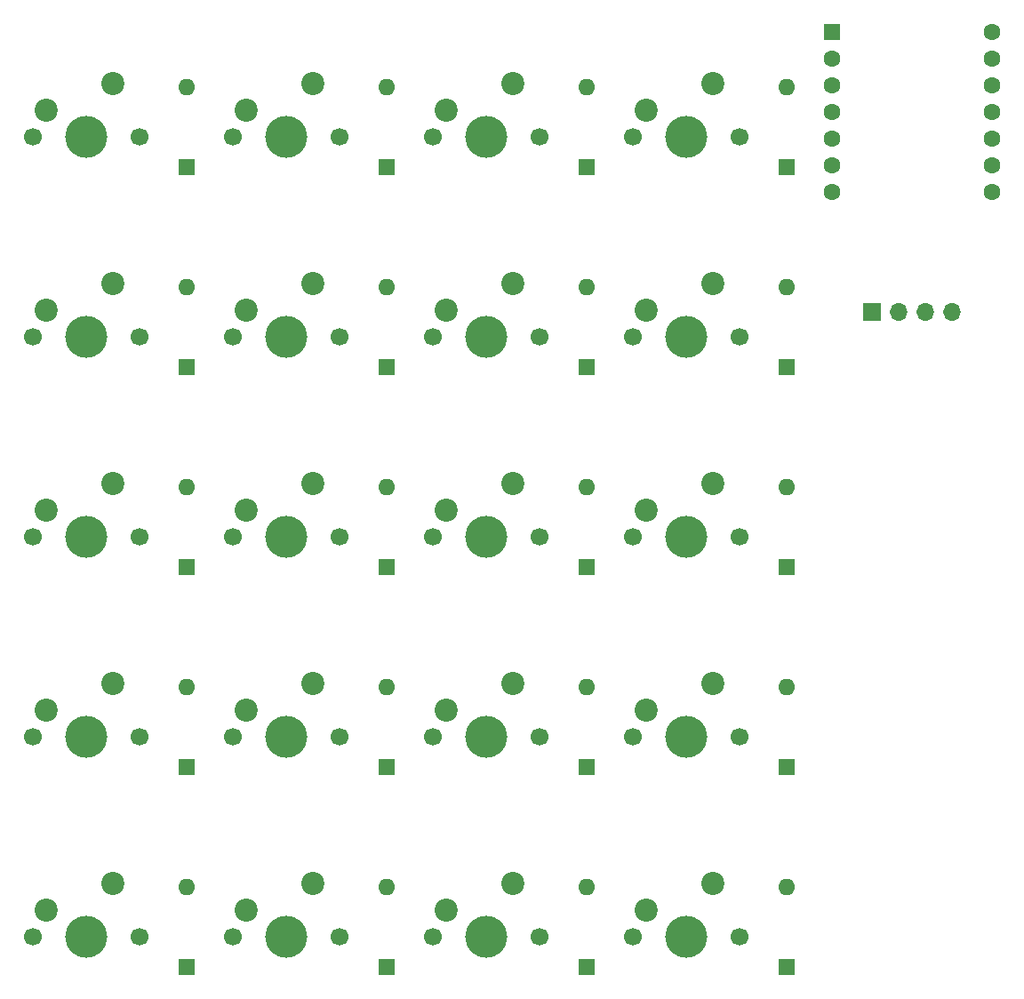
<source format=gbr>
%TF.GenerationSoftware,KiCad,Pcbnew,8.0.5*%
%TF.CreationDate,2024-10-04T21:57:20-05:00*%
%TF.ProjectId,HackPad_Neko,4861636b-5061-4645-9f4e-656b6f2e6b69,rev?*%
%TF.SameCoordinates,Original*%
%TF.FileFunction,Soldermask,Top*%
%TF.FilePolarity,Negative*%
%FSLAX46Y46*%
G04 Gerber Fmt 4.6, Leading zero omitted, Abs format (unit mm)*
G04 Created by KiCad (PCBNEW 8.0.5) date 2024-10-04 21:57:20*
%MOMM*%
%LPD*%
G01*
G04 APERTURE LIST*
%ADD10C,1.700000*%
%ADD11C,4.000000*%
%ADD12C,2.200000*%
%ADD13R,1.700000X1.700000*%
%ADD14O,1.700000X1.700000*%
%ADD15R,1.600000X1.600000*%
%ADD16C,1.600000*%
%ADD17O,1.600000X1.600000*%
G04 APERTURE END LIST*
D10*
%TO.C,MX15*%
X152082500Y-123825000D03*
D11*
X157162500Y-123825000D03*
D10*
X162242500Y-123825000D03*
D12*
X159702500Y-118745000D03*
X153352500Y-121285000D03*
%TD*%
D10*
%TO.C,MX5*%
X113982500Y-85725000D03*
D11*
X119062500Y-85725000D03*
D10*
X124142500Y-85725000D03*
D12*
X121602500Y-80645000D03*
X115252500Y-83185000D03*
%TD*%
D10*
%TO.C,MX18*%
X133032500Y-142875000D03*
D11*
X138112500Y-142875000D03*
D10*
X143192500Y-142875000D03*
D12*
X140652500Y-137795000D03*
X134302500Y-140335000D03*
%TD*%
D10*
%TO.C,MX20*%
X171132500Y-142875000D03*
D11*
X176212500Y-142875000D03*
D10*
X181292500Y-142875000D03*
D12*
X178752500Y-137795000D03*
X172402500Y-140335000D03*
%TD*%
D10*
%TO.C,MX14*%
X133032500Y-123825000D03*
D11*
X138112500Y-123825000D03*
D10*
X143192500Y-123825000D03*
D12*
X140652500Y-118745000D03*
X134302500Y-121285000D03*
%TD*%
D10*
%TO.C,MX3*%
X152082500Y-66675000D03*
D11*
X157162500Y-66675000D03*
D10*
X162242500Y-66675000D03*
D12*
X159702500Y-61595000D03*
X153352500Y-64135000D03*
%TD*%
D10*
%TO.C,MX2*%
X133032500Y-66675000D03*
D11*
X138112500Y-66675000D03*
D10*
X143192500Y-66675000D03*
D12*
X140652500Y-61595000D03*
X134302500Y-64135000D03*
%TD*%
D10*
%TO.C,MX13*%
X113982500Y-123825000D03*
D11*
X119062500Y-123825000D03*
D10*
X124142500Y-123825000D03*
D12*
X121602500Y-118745000D03*
X115252500Y-121285000D03*
%TD*%
D10*
%TO.C,MX6*%
X133032500Y-85725000D03*
D11*
X138112500Y-85725000D03*
D10*
X143192500Y-85725000D03*
D12*
X140652500Y-80645000D03*
X134302500Y-83185000D03*
%TD*%
D10*
%TO.C,MX4*%
X171132500Y-66675000D03*
D11*
X176212500Y-66675000D03*
D10*
X181292500Y-66675000D03*
D12*
X178752500Y-61595000D03*
X172402500Y-64135000D03*
%TD*%
D10*
%TO.C,MX19*%
X152082500Y-142875000D03*
D11*
X157162500Y-142875000D03*
D10*
X162242500Y-142875000D03*
D12*
X159702500Y-137795000D03*
X153352500Y-140335000D03*
%TD*%
D10*
%TO.C,MX10*%
X133032500Y-104775000D03*
D11*
X138112500Y-104775000D03*
D10*
X143192500Y-104775000D03*
D12*
X140652500Y-99695000D03*
X134302500Y-102235000D03*
%TD*%
D10*
%TO.C,MX12*%
X171132500Y-104775000D03*
D11*
X176212500Y-104775000D03*
D10*
X181292500Y-104775000D03*
D12*
X178752500Y-99695000D03*
X172402500Y-102235000D03*
%TD*%
D10*
%TO.C,MX11*%
X152082500Y-104775000D03*
D11*
X157162500Y-104775000D03*
D10*
X162242500Y-104775000D03*
D12*
X159702500Y-99695000D03*
X153352500Y-102235000D03*
%TD*%
D13*
%TO.C,J1*%
X193833750Y-83343750D03*
D14*
X196373750Y-83343750D03*
X198913750Y-83343750D03*
X201453750Y-83343750D03*
%TD*%
D10*
%TO.C,MX16*%
X171132500Y-123825000D03*
D11*
X176212500Y-123825000D03*
D10*
X181292500Y-123825000D03*
D12*
X178752500Y-118745000D03*
X172402500Y-121285000D03*
%TD*%
D10*
%TO.C,MX7*%
X152082500Y-85725000D03*
D11*
X157162500Y-85725000D03*
D10*
X162242500Y-85725000D03*
D12*
X159702500Y-80645000D03*
X153352500Y-83185000D03*
%TD*%
D10*
%TO.C,MX17*%
X113982500Y-142875000D03*
D11*
X119062500Y-142875000D03*
D10*
X124142500Y-142875000D03*
D12*
X121602500Y-137795000D03*
X115252500Y-140335000D03*
%TD*%
D10*
%TO.C,MX8*%
X171132500Y-85725000D03*
D11*
X176212500Y-85725000D03*
D10*
X181292500Y-85725000D03*
D12*
X178752500Y-80645000D03*
X172402500Y-83185000D03*
%TD*%
D15*
%TO.C,U1*%
X190023750Y-56667500D03*
D16*
X190023750Y-59207500D03*
X190023750Y-61747500D03*
X190023750Y-64287500D03*
X190023750Y-66827500D03*
X190023750Y-69367500D03*
X190023750Y-71907500D03*
X205263750Y-71907500D03*
X205263750Y-69367500D03*
X205263750Y-66827500D03*
X205263750Y-64287500D03*
X205263750Y-61747500D03*
X205263750Y-59207500D03*
X205263750Y-56667500D03*
%TD*%
D10*
%TO.C,MX1*%
X113982500Y-66675000D03*
D11*
X119062500Y-66675000D03*
D10*
X124142500Y-66675000D03*
D12*
X121602500Y-61595000D03*
X115252500Y-64135000D03*
%TD*%
D10*
%TO.C,MX9*%
X113982500Y-104775000D03*
D11*
X119062500Y-104775000D03*
D10*
X124142500Y-104775000D03*
D12*
X121602500Y-99695000D03*
X115252500Y-102235000D03*
%TD*%
D15*
%TO.C,D10*%
X147637500Y-107632500D03*
D17*
X147637500Y-100012500D03*
%TD*%
D15*
%TO.C,D1*%
X128587500Y-69532500D03*
D17*
X128587500Y-61912500D03*
%TD*%
D15*
%TO.C,D19*%
X166687500Y-145732500D03*
D17*
X166687500Y-138112500D03*
%TD*%
D15*
%TO.C,D13*%
X128587500Y-126682500D03*
D17*
X128587500Y-119062500D03*
%TD*%
D15*
%TO.C,D18*%
X147637500Y-145732500D03*
D17*
X147637500Y-138112500D03*
%TD*%
D15*
%TO.C,D2*%
X147637500Y-69532500D03*
D17*
X147637500Y-61912500D03*
%TD*%
D15*
%TO.C,D11*%
X166687500Y-107632500D03*
D17*
X166687500Y-100012500D03*
%TD*%
D15*
%TO.C,D3*%
X166687500Y-69532500D03*
D17*
X166687500Y-61912500D03*
%TD*%
D15*
%TO.C,D17*%
X128587500Y-145732500D03*
D17*
X128587500Y-138112500D03*
%TD*%
D15*
%TO.C,D16*%
X185737500Y-126682500D03*
D17*
X185737500Y-119062500D03*
%TD*%
D15*
%TO.C,D9*%
X128587500Y-107632500D03*
D17*
X128587500Y-100012500D03*
%TD*%
D15*
%TO.C,D12*%
X185737500Y-107632500D03*
D17*
X185737500Y-100012500D03*
%TD*%
D15*
%TO.C,D6*%
X147637500Y-88582500D03*
D17*
X147637500Y-80962500D03*
%TD*%
D15*
%TO.C,D7*%
X166687500Y-88582500D03*
D17*
X166687500Y-80962500D03*
%TD*%
D15*
%TO.C,D14*%
X147637500Y-126682500D03*
D17*
X147637500Y-119062500D03*
%TD*%
D15*
%TO.C,D20*%
X185737500Y-145732500D03*
D17*
X185737500Y-138112500D03*
%TD*%
D15*
%TO.C,D4*%
X185737500Y-69532500D03*
D17*
X185737500Y-61912500D03*
%TD*%
D15*
%TO.C,D8*%
X185737500Y-88582500D03*
D17*
X185737500Y-80962500D03*
%TD*%
D15*
%TO.C,D15*%
X166687500Y-126682500D03*
D17*
X166687500Y-119062500D03*
%TD*%
D15*
%TO.C,D5*%
X128587500Y-88582500D03*
D17*
X128587500Y-80962500D03*
%TD*%
M02*

</source>
